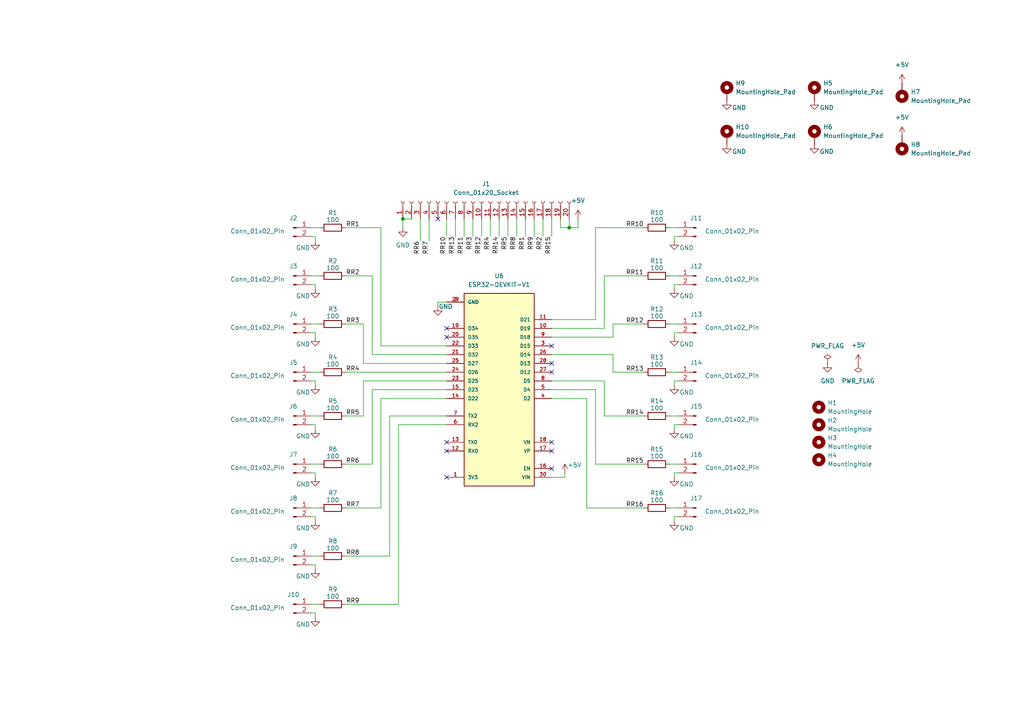
<source format=kicad_sch>
(kicad_sch (version 20231120) (generator "eeschema") (generator_version "8.0")
  (paper "A4")
  (title_block (title "Tool Manager PCB Schematic") (date "08/10/2024") (company "ETS - Robert Bosch Curitiba"))
  (lib_symbols
    (symbol "Connector:Conn_01x02_Pin" (pin_names (offset 1.016) hide)
      (property "Reference" "J" (at 0 2.54 0))
      (property "Value" "Conn_01x02_Pin" (at 0 -5.08 0))
      (symbol "Conn_01x02_Pin_1_1"
        (polyline (pts (xy 1.27 -2.54) (xy 0.8636 -2.54)) (stroke (width 0.1524)))
        (polyline (pts (xy 1.27 0) (xy 0.8636 0)) (stroke (width 0.1524)))
        (rectangle (start 0.8636 -2.413) (end 0 -2.667) (stroke (width 0.1524)) (fill (type outline)))
        (rectangle (start 0.8636 0.127) (end 0 -0.127) (stroke (width 0.1524)) (fill (type outline)))
        (pin passive line (at 5.08 0 180) (length 3.81) (name "Pin_1") (number "1"))
        (pin passive line (at 5.08 -2.54 180) (length 3.81) (name "Pin_2") (number "2"))
      )
    )
    (symbol "Connector:Conn_01x20_Socket" (pin_names (offset 1.016) hide)
      (property "Reference" "J" (at 0 25.4 0))
      (property "Value" "Conn_01x20_Socket" (at 0 -27.94 0))
      (symbol "Conn_01x20_Socket_1_1"
        (arc (start 0 -24.892) (mid -0.5058 -25.4) (end 0 -25.908) (stroke (width 0.1524)))
        (arc (start 0 -22.352) (mid -0.5058 -22.86) (end 0 -23.368) (stroke (width 0.1524)))
        (arc (start 0 -19.812) (mid -0.5058 -20.32) (end 0 -20.828) (stroke (width 0.1524)))
        (arc (start 0 -17.272) (mid -0.5058 -17.78) (end 0 -18.288) (stroke (width 0.1524)))
        (arc (start 0 -14.732) (mid -0.5058 -15.24) (end 0 -15.748) (stroke (width 0.1524)))
        (arc (start 0 -12.192) (mid -0.5058 -12.7) (end 0 -13.208) (stroke (width 0.1524)))
        (arc (start 0 -9.652) (mid -0.5058 -10.16) (end 0 -10.668) (stroke (width 0.1524)))
        (arc (start 0 -7.112) (mid -0.5058 -7.62) (end 0 -8.128) (stroke (width 0.1524)))
        (arc (start 0 -4.572) (mid -0.5058 -5.08) (end 0 -5.588) (stroke (width 0.1524)))
        (arc (start 0 -2.032) (mid -0.5058 -2.54) (end 0 -3.048) (stroke (width 0.1524)))
        (polyline (pts (xy -1.27 -25.4) (xy -0.508 -25.4)) (stroke (width 0.1524)))
        (polyline (pts (xy -1.27 -22.86) (xy -0.508 -22.86)) (stroke (width 0.1524)))
        (polyline (pts (xy -1.27 -20.32) (xy -0.508 -20.32)) (stroke (width 0.1524)))
        (polyline (pts (xy -1.27 -17.78) (xy -0.508 -17.78)) (stroke (width 0.1524)))
        (polyline (pts (xy -1.27 -15.24) (xy -0.508 -15.24)) (stroke (width 0.1524)))
        (polyline (pts (xy -1.27 -12.7) (xy -0.508 -12.7)) (stroke (width 0.1524)))
        (polyline (pts (xy -1.27 -10.16) (xy -0.508 -10.16)) (stroke (width 0.1524)))
        (polyline (pts (xy -1.27 -7.62) (xy -0.508 -7.62)) (stroke (width 0.1524)))
        (polyline (pts (xy -1.27 -5.08) (xy -0.508 -5.08)) (stroke (width 0.1524)))
        (polyline (pts (xy -1.27 -2.54) (xy -0.508 -2.54)) (stroke (width 0.1524)))
        (polyline (pts (xy -1.27 0) (xy -0.508 0)) (stroke (width 0.1524)))
        (polyline (pts (xy -1.27 2.54) (xy -0.508 2.54)) (stroke (width 0.1524)))
        (polyline (pts (xy -1.27 5.08) (xy -0.508 5.08)) (stroke (width 0.1524)))
        (polyline (pts (xy -1.27 7.62) (xy -0.508 7.62)) (stroke (width 0.1524)))
        (polyline (pts (xy -1.27 10.16) (xy -0.508 10.16)) (stroke (width 0.1524)))
        (polyline (pts (xy -1.27 12.7) (xy -0.508 12.7)) (stroke (width 0.1524)))
        (polyline (pts (xy -1.27 15.24) (xy -0.508 15.24)) (stroke (width 0.1524)))
        (polyline (pts (xy -1.27 17.78) (xy -0.508 17.78)) (stroke (width 0.1524)))
        (polyline (pts (xy -1.27 20.32) (xy -0.508 20.32)) (stroke (width 0.1524)))
        (polyline (pts (xy -1.27 22.86) (xy -0.508 22.86)) (stroke (width 0.1524)))
        (arc (start 0 0.508) (mid -0.5058 0) (end 0 -0.508) (stroke (width 0.1524)))
        (arc (start 0 3.048) (mid -0.5058 2.54) (end 0 2.032) (stroke (width 0.1524)))
        (arc (start 0 5.588) (mid -0.5058 5.08) (end 0 4.572) (stroke (width 0.1524)))
        (arc (start 0 8.128) (mid -0.5058 7.62) (end 0 7.112) (stroke (width 0.1524)))
        (arc (start 0 10.668) (mid -0.5058 10.16) (end 0 9.652) (stroke (width 0.1524)))
        (arc (start 0 13.208) (mid -0.5058 12.7) (end 0 12.192) (stroke (width 0.1524)))
        (arc (start 0 15.748) (mid -0.5058 15.24) (end 0 14.732) (stroke (width 0.1524)))
        (arc (start 0 18.288) (mid -0.5058 17.78) (end 0 17.272) (stroke (width 0.1524)))
        (arc (start 0 20.828) (mid -0.5058 20.32) (end 0 19.812) (stroke (width 0.1524)))
        (arc (start 0 23.368) (mid -0.5058 22.86) (end 0 22.352) (stroke (width 0.1524)))
        (pin passive line (at -5.08 22.86 0) (length 3.81) (name "Pin_1") (number "1"))
        (pin passive line (at -5.08 0 0) (length 3.81) (name "Pin_10") (number "10"))
        (pin passive line (at -5.08 -2.54 0) (length 3.81) (name "Pin_11") (number "11"))
        (pin passive line (at -5.08 -5.08 0) (length 3.81) (name "Pin_12") (number "12"))
        (pin passive line (at -5.08 -7.62 0) (length 3.81) (name "Pin_13") (number "13"))
        (pin passive line (at -5.08 -10.16 0) (length 3.81) (name "Pin_14") (number "14"))
        (pin passive line (at -5.08 -12.7 0) (length 3.81) (name "Pin_15") (number "15"))
        (pin passive line (at -5.08 -15.24 0) (length 3.81) (name "Pin_16") (number "16"))
        (pin passive line (at -5.08 -17.78 0) (length 3.81) (name "Pin_17") (number "17"))
        (pin passive line (at -5.08 -20.32 0) (length 3.81) (name "Pin_18") (number "18"))
        (pin passive line (at -5.08 -22.86 0) (length 3.81) (name "Pin_19") (number "19"))
        (pin passive line (at -5.08 20.32 0) (length 3.81) (name "Pin_2") (number "2"))
        (pin passive line (at -5.08 -25.4 0) (length 3.81) (name "Pin_20") (number "20"))
        (pin passive line (at -5.08 17.78 0) (length 3.81) (name "Pin_3") (number "3"))
        (pin passive line (at -5.08 15.24 0) (length 3.81) (name "Pin_4") (number "4"))
        (pin passive line (at -5.08 12.7 0) (length 3.81) (name "Pin_5") (number "5"))
        (pin passive line (at -5.08 10.16 0) (length 3.81) (name "Pin_6") (number "6"))
        (pin passive line (at -5.08 7.62 0) (length 3.81) (name "Pin_7") (number "7"))
        (pin passive line (at -5.08 5.08 0) (length 3.81) (name "Pin_8") (number "8"))
        (pin passive line (at -5.08 2.54 0) (length 3.81) (name "Pin_9") (number "9"))
      )
    )
    (symbol "Device:R" (pin_numbers hide) (pin_names (offset 0))
      (property "Reference" "R" (at 2.032 0 90))
      (property "Value" "R" (at 0 0 90))
      (symbol "R_0_1"
        (rectangle (start -1.016 -2.54) (end 1.016 2.54) (stroke (width 0.254)))
      )
      (symbol "R_1_1"
        (pin passive line (at 0 3.81 270) (length 1.27) (name "~") (number "1"))
        (pin passive line (at 0 -3.81 90) (length 1.27) (name "~") (number "2"))
      )
    )
    (symbol "ESP32-DEVKIT-V1:ESP32-DEVKIT-V1" (pin_names (offset 1.016))
      (property "Reference" "U" (at -10.16 30.48 0))
      (property "Value" "ESP32-DEVKIT-V1" (at -10.16 -30.48 0))
      (symbol "ESP32-DEVKIT-V1_0_0"
        (rectangle (start -10.16 -27.94) (end 10.16 27.94) (stroke (width 0.254)) (fill (type background)))
        (pin output line (at 15.24 25.4 180) (length 5.08) (name "3V3") (number "1"))
        (pin bidirectional line (at -15.24 -17.78 0) (length 5.08) (name "D19") (number "10"))
        (pin bidirectional line (at -15.24 -20.32 0) (length 5.08) (name "D21") (number "11"))
        (pin input line (at 15.24 17.78 180) (length 5.08) (name "RX0") (number "12"))
        (pin output line (at 15.24 15.24 180) (length 5.08) (name "TX0") (number "13"))
        (pin bidirectional line (at 15.24 2.54 180) (length 5.08) (name "D22") (number "14"))
        (pin bidirectional line (at 15.24 0 180) (length 5.08) (name "D23") (number "15"))
        (pin input line (at -15.24 22.86 0) (length 5.08) (name "EN") (number "16"))
        (pin bidirectional line (at -15.24 17.78 0) (length 5.08) (name "VP") (number "17"))
        (pin bidirectional line (at -15.24 15.24 0) (length 5.08) (name "VN") (number "18"))
        (pin bidirectional line (at 15.24 -17.78 180) (length 5.08) (name "D34") (number "19"))
        (pin power_in line (at 15.24 -25.4 180) (length 5.08) (name "GND") (number "2"))
        (pin bidirectional line (at 15.24 -15.24 180) (length 5.08) (name "D35") (number "20"))
        (pin bidirectional line (at 15.24 -10.16 180) (length 5.08) (name "D32") (number "21"))
        (pin bidirectional line (at 15.24 -12.7 180) (length 5.08) (name "D33") (number "22"))
        (pin bidirectional line (at 15.24 -2.54 180) (length 5.08) (name "D25") (number "23"))
        (pin bidirectional line (at 15.24 -5.08 180) (length 5.08) (name "D26") (number "24"))
        (pin bidirectional line (at 15.24 -7.62 180) (length 5.08) (name "D27") (number "25"))
        (pin bidirectional line (at -15.24 -10.16 0) (length 5.08) (name "D14") (number "26"))
        (pin bidirectional line (at -15.24 -5.08 0) (length 5.08) (name "D12") (number "27"))
        (pin bidirectional line (at -15.24 -7.62 0) (length 5.08) (name "D13") (number "28"))
        (pin power_in line (at 15.24 -25.4 180) (length 5.08) (name "GND") (number "29"))
        (pin bidirectional line (at -15.24 -12.7 0) (length 5.08) (name "D15") (number "3"))
        (pin input line (at -15.24 25.4 0) (length 5.08) (name "VIN") (number "30"))
        (pin bidirectional line (at -15.24 2.54 0) (length 5.08) (name "D2") (number "4"))
        (pin bidirectional line (at -15.24 0 0) (length 5.08) (name "D4") (number "5"))
        (pin input line (at 15.24 10.16 180) (length 5.08) (name "RX2") (number "6"))
        (pin output line (at 15.24 7.62 180) (length 5.08) (name "TX2") (number "7"))
        (pin bidirectional line (at -15.24 -2.54 0) (length 5.08) (name "D5") (number "8"))
        (pin bidirectional line (at -15.24 -15.24 0) (length 5.08) (name "D18") (number "9"))
      )
    )
    (symbol "Mechanical:MountingHole" (pin_names (offset 1.016)) (exclude_from_sim yes) (in_bom no)
      (property "Reference" "H" (at 0 5.08 0))
      (property "Value" "MountingHole" (at 0 3.175 0))
      (symbol "MountingHole_0_1"
        (circle (center 0 0) (radius 1.27) (stroke (width 1.27)))
      )
    )
    (symbol "Mechanical:MountingHole_Pad" (pin_numbers hide) (pin_names (offset 1.016) hide) (exclude_from_sim yes) (in_bom no)
      (property "Reference" "H" (at 0 6.35 0))
      (property "Value" "MountingHole_Pad" (at 0 4.445 0))
      (symbol "MountingHole_Pad_0_1"
        (circle (center 0 1.27) (radius 1.27) (stroke (width 1.27)))
      )
      (symbol "MountingHole_Pad_1_1"
        (pin input line (at 0 -2.54 90) (length 2.54) (name "1") (number "1"))
      )
    )
    (symbol "power:+5V" (power) (pin_numbers hide) (pin_names (offset 0) hide)
      (property "Value" "+5V" (at 0 3.556 0))
      (symbol "+5V_0_1"
        (polyline (pts (xy -0.762 1.27) (xy 0 2.54)))
        (polyline (pts (xy 0 0) (xy 0 2.54)))
        (polyline (pts (xy 0 2.54) (xy 0.762 1.27)))
      )
      (symbol "+5V_1_1"
        (pin power_in line (at 0 0 90) (length 0) (name "~") (number "1"))
      )
    )
    (symbol "power:GND" (power) (pin_numbers hide) (pin_names (offset 0) hide)
      (property "Value" "GND" (at 0 -3.81 0))
      (symbol "GND_0_1"
        (polyline (pts (xy 0 0) (xy 0 -1.27) (xy 1.27 -1.27) (xy 0 -2.54) (xy -1.27 -1.27) (xy 0 -1.27)))
      )
      (symbol "GND_1_1"
        (pin power_in line (at 0 0 270) (length 0) (name "~") (number "1"))
      )
    )
    (symbol "power:PWR_FLAG" (power) (pin_numbers hide) (pin_names (offset 0) hide)
      (property "Value" "PWR_FLAG" (at 0 3.81 0))
      (symbol "PWR_FLAG_0_0"
        (pin power_out line (at 0 0 90) (length 0) (name "~") (number "1"))
      )
      (symbol "PWR_FLAG_0_1"
        (polyline (pts (xy 0 0) (xy 0 1.27) (xy -1.016 1.905) (xy 0 2.54) (xy 1.016 1.905) (xy 0 1.27)))
      )
    )
  )
  (junction (at 165.1 66.04))
  (junction (at 116.84 63.5))
  (no_connect (at 160.02 135.89))
  (no_connect (at 129.54 138.43))
  (no_connect (at 129.54 130.81))
  (no_connect (at 160.02 105.41))
  (no_connect (at 129.54 128.27))
  (no_connect (at 129.54 95.25))
  (no_connect (at 127 63.5))
  (no_connect (at 160.02 130.81))
  (no_connect (at 160.02 100.33))
  (no_connect (at 129.54 97.79))
  (no_connect (at 160.02 128.27))
  (no_connect (at 160.02 107.95))
  (wire (pts (xy 129.54 113.03) (xy 107.95 113.03)))
  (wire (pts (xy 186.69 66.04) (xy 172.72 66.04)))
  (wire (pts (xy 177.8 93.98) (xy 177.8 97.79)))
  (wire (pts (xy 90.17 96.52) (xy 91.44 96.52)))
  (wire (pts (xy 100.33 93.98) (xy 105.41 93.98)))
  (wire (pts (xy 107.95 102.87) (xy 129.54 102.87)))
  (wire (pts (xy 186.69 80.01) (xy 175.26 80.01)))
  (wire (pts (xy 195.58 96.52) (xy 195.58 97.79)))
  (wire (pts (xy 91.44 110.49) (xy 91.44 111.76)))
  (wire (pts (xy 91.44 96.52) (xy 91.44 97.79)))
  (wire (pts (xy 186.69 134.62) (xy 172.72 134.62)))
  (wire (pts (xy 100.33 147.32) (xy 110.49 147.32)))
  (wire (pts (xy 142.24 63.5) (xy 142.24 68.58)))
  (wire (pts (xy 137.16 63.5) (xy 137.16 68.58)))
  (wire (pts (xy 100.33 175.26) (xy 115.57 175.26)))
  (wire (pts (xy 105.41 105.41) (xy 129.54 105.41)))
  (wire (pts (xy 186.69 147.32) (xy 170.18 147.32)))
  (wire (pts (xy 196.85 93.98) (xy 194.31 93.98)))
  (wire (pts (xy 90.17 123.19) (xy 91.44 123.19)))
  (wire (pts (xy 196.85 120.65) (xy 194.31 120.65)))
  (wire (pts (xy 100.33 120.65) (xy 105.41 120.65)))
  (wire (pts (xy 91.44 149.86) (xy 91.44 151.13)))
  (wire (pts (xy 195.58 149.86) (xy 195.58 151.13)))
  (wire (pts (xy 107.95 80.01) (xy 107.95 102.87)))
  (wire (pts (xy 147.32 68.58) (xy 147.32 63.5)))
  (wire (pts (xy 129.54 110.49) (xy 105.41 110.49)))
  (wire (pts (xy 160.02 97.79) (xy 177.8 97.79)))
  (wire (pts (xy 196.85 68.58) (xy 195.58 68.58)))
  (wire (pts (xy 90.17 93.98) (xy 92.71 93.98)))
  (wire (pts (xy 110.49 115.57) (xy 129.54 115.57)))
  (wire (pts (xy 100.33 66.04) (xy 110.49 66.04)))
  (wire (pts (xy 163.83 138.43) (xy 160.02 138.43)))
  (wire (pts (xy 149.86 68.58) (xy 149.86 63.5)))
  (wire (pts (xy 196.85 96.52) (xy 195.58 96.52)))
  (wire (pts (xy 160.02 68.58) (xy 160.02 63.5)))
  (wire (pts (xy 90.17 137.16) (xy 91.44 137.16)))
  (wire (pts (xy 107.95 113.03) (xy 107.95 134.62)))
  (wire (pts (xy 160.02 102.87) (xy 177.8 102.87)))
  (wire (pts (xy 196.85 82.55) (xy 195.58 82.55)))
  (wire (pts (xy 196.85 149.86) (xy 195.58 149.86)))
  (wire (pts (xy 172.72 134.62) (xy 172.72 113.03)))
  (wire (pts (xy 196.85 123.19) (xy 195.58 123.19)))
  (wire (pts (xy 129.54 63.5) (xy 129.54 68.58)))
  (wire (pts (xy 196.85 66.04) (xy 194.31 66.04)))
  (wire (pts (xy 90.17 163.83) (xy 91.44 163.83)))
  (wire (pts (xy 90.17 120.65) (xy 92.71 120.65)))
  (wire (pts (xy 100.33 107.95) (xy 129.54 107.95)))
  (wire (pts (xy 195.58 137.16) (xy 195.58 138.43)))
  (wire (pts (xy 160.02 115.57) (xy 170.18 115.57)))
  (wire (pts (xy 90.17 161.29) (xy 92.71 161.29)))
  (wire (pts (xy 90.17 149.86) (xy 91.44 149.86)))
  (wire (pts (xy 177.8 107.95) (xy 186.69 107.95)))
  (wire (pts (xy 115.57 175.26) (xy 115.57 123.19)))
  (wire (pts (xy 115.57 123.19) (xy 129.54 123.19)))
  (wire (pts (xy 90.17 177.8) (xy 91.44 177.8)))
  (wire (pts (xy 196.85 137.16) (xy 195.58 137.16)))
  (wire (pts (xy 196.85 110.49) (xy 195.58 110.49)))
  (wire (pts (xy 91.44 68.58) (xy 91.44 69.85)))
  (wire (pts (xy 165.1 63.5) (xy 165.1 66.04)))
  (wire (pts (xy 162.56 66.04) (xy 165.1 66.04)))
  (wire (pts (xy 160.02 95.25) (xy 175.26 95.25)))
  (wire (pts (xy 90.17 175.26) (xy 92.71 175.26)))
  (wire (pts (xy 195.58 82.55) (xy 195.58 83.82)))
  (wire (pts (xy 110.49 147.32) (xy 110.49 115.57)))
  (wire (pts (xy 100.33 161.29) (xy 113.03 161.29)))
  (wire (pts (xy 116.84 63.5) (xy 116.84 66.04)))
  (wire (pts (xy 90.17 82.55) (xy 91.44 82.55)))
  (wire (pts (xy 100.33 80.01) (xy 107.95 80.01)))
  (wire (pts (xy 152.4 68.58) (xy 152.4 63.5)))
  (wire (pts (xy 91.44 177.8) (xy 91.44 179.07)))
  (wire (pts (xy 116.84 63.5) (xy 119.38 63.5)))
  (wire (pts (xy 163.83 137.16) (xy 163.83 138.43)))
  (wire (pts (xy 90.17 134.62) (xy 92.71 134.62)))
  (wire (pts (xy 154.94 68.58) (xy 154.94 63.5)))
  (wire (pts (xy 139.7 63.5) (xy 139.7 68.58)))
  (wire (pts (xy 105.41 110.49) (xy 105.41 120.65)))
  (wire (pts (xy 90.17 110.49) (xy 91.44 110.49)))
  (wire (pts (xy 160.02 92.71) (xy 172.72 92.71)))
  (wire (pts (xy 175.26 80.01) (xy 175.26 95.25)))
  (wire (pts (xy 172.72 66.04) (xy 172.72 92.71)))
  (wire (pts (xy 110.49 66.04) (xy 110.49 100.33)))
  (wire (pts (xy 91.44 123.19) (xy 91.44 124.46)))
  (wire (pts (xy 157.48 68.58) (xy 157.48 63.5)))
  (wire (pts (xy 175.26 120.65) (xy 175.26 110.49)))
  (wire (pts (xy 90.17 80.01) (xy 92.71 80.01)))
  (wire (pts (xy 121.92 63.5) (xy 121.92 69.85)))
  (wire (pts (xy 113.03 161.29) (xy 113.03 120.65)))
  (wire (pts (xy 113.03 120.65) (xy 129.54 120.65)))
  (wire (pts (xy 90.17 147.32) (xy 92.71 147.32)))
  (wire (pts (xy 132.08 63.5) (xy 132.08 68.58)))
  (wire (pts (xy 162.56 63.5) (xy 162.56 66.04)))
  (wire (pts (xy 196.85 107.95) (xy 194.31 107.95)))
  (wire (pts (xy 172.72 113.03) (xy 160.02 113.03)))
  (wire (pts (xy 90.17 68.58) (xy 91.44 68.58)))
  (wire (pts (xy 165.1 66.04) (xy 167.64 66.04)))
  (wire (pts (xy 100.33 134.62) (xy 107.95 134.62)))
  (wire (pts (xy 91.44 163.83) (xy 91.44 165.1)))
  (wire (pts (xy 195.58 68.58) (xy 195.58 69.85)))
  (wire (pts (xy 196.85 147.32) (xy 194.31 147.32)))
  (wire (pts (xy 90.17 107.95) (xy 92.71 107.95)))
  (wire (pts (xy 186.69 120.65) (xy 175.26 120.65)))
  (wire (pts (xy 170.18 147.32) (xy 170.18 115.57)))
  (wire (pts (xy 186.69 93.98) (xy 177.8 93.98)))
  (wire (pts (xy 105.41 93.98) (xy 105.41 105.41)))
  (wire (pts (xy 134.62 63.5) (xy 134.62 68.58)))
  (wire (pts (xy 91.44 82.55) (xy 91.44 83.82)))
  (wire (pts (xy 195.58 110.49) (xy 195.58 111.76)))
  (wire (pts (xy 177.8 102.87) (xy 177.8 107.95)))
  (wire (pts (xy 196.85 134.62) (xy 194.31 134.62)))
  (wire (pts (xy 196.85 80.01) (xy 194.31 80.01)))
  (wire (pts (xy 160.02 110.49) (xy 175.26 110.49)))
  (wire (pts (xy 110.49 100.33) (xy 129.54 100.33)))
  (wire (pts (xy 90.17 66.04) (xy 92.71 66.04)))
  (wire (pts (xy 91.44 137.16) (xy 91.44 138.43)))
  (wire (pts (xy 127 88.9) (xy 127 87.63)))
  (wire (pts (xy 167.64 63.5) (xy 167.64 66.04)))
  (wire (pts (xy 127 87.63) (xy 129.54 87.63)))
  (wire (pts (xy 144.78 68.58) (xy 144.78 63.5)))
  (wire (pts (xy 195.58 123.19) (xy 195.58 124.46)))
  (wire (pts (xy 124.46 63.5) (xy 124.46 69.85)))
  (label "RR11" (at 134.62 68.58 270))
  (label "RR5" (at 100.33 120.65 0))
  (label "RR5" (at 147.32 68.58 270))
  (label "RR3" (at 100.33 93.98 0))
  (label "RR6" (at 121.92 69.85 270))
  (label "RR9" (at 100.33 175.26 0))
  (label "RR2" (at 100.33 80.01 0))
  (label "RR4" (at 142.24 68.58 270))
  (label "RR14" (at 186.69 120.65 180))
  (label "RR3" (at 137.16 68.58 270))
  (label "RR13" (at 186.69 107.95 180))
  (label "RR11" (at 186.69 80.01 180))
  (label "RR15" (at 186.69 134.62 180))
  (label "RR8" (at 100.33 161.29 0))
  (label "RR12" (at 186.69 93.98 180))
  (label "RR12" (at 139.7 68.58 270))
  (label "RR1" (at 100.33 66.04 0))
  (label "RR4" (at 100.33 107.95 0))
  (label "RR7" (at 100.33 147.32 0))
  (label "RR6" (at 100.33 134.62 0))
  (label "RR1" (at 152.4 68.58 270))
  (label "RR16" (at 186.69 147.32 180))
  (label "RR10" (at 186.69 66.04 180))
  (label "RR8" (at 149.86 68.58 270))
  (label "RR14" (at 144.78 68.58 270))
  (label "RR7" (at 124.46 69.85 270))
  (label "RR9" (at 154.94 68.58 270))
  (label "RR10" (at 129.54 68.58 270))
  (label "RR15" (at 160.02 68.58 270))
  (label "RR13" (at 132.08 68.58 270))
  (label "RR2" (at 157.48 68.58 270))
  (symbol (lib_id "Connector:Conn_01x02_Pin") (at 85.09 93.98 0) (unit 1)
    (property "Reference" "J4" (at 85.09 91.186 0))
    (property "Value" "Conn_01x02_Pin" (at 74.676 94.996 0))
    (property "Footprint" "Addlibrary:PinHeader_1x02_P2.54mm_VerticalLongPads" (effects (hide yes)))
    (property "Description" "Generic connector, single row, 01x02, script generated" (effects (hide yes)))
  )
  (symbol (lib_id "Connector:Conn_01x02_Pin") (at 85.09 66.04 0) (unit 1)
    (property "Reference" "J2" (at 85.09 63.246 0))
    (property "Value" "Conn_01x02_Pin" (at 74.676 67.056 0))
    (property "Footprint" "Addlibrary:PinHeader_1x02_P2.54mm_VerticalLongPads" (effects (hide yes)))
    (property "Description" "Generic connector, single row, 01x02, script generated" (effects (hide yes)))
  )
  (symbol (lib_id "power:+5V") (at 261.62 39.37 0) (unit 1)
    (property "Reference" "#PWR028" (effects (hide yes)))
    (property "Value" "+5V" (at 263.652 34.036 0) (effects (justify right)))
    (property "Description" "Power symbol creates a global label with name \"+5V\"" (effects (hide yes)))
  )
  (symbol (lib_id "Connector:Conn_01x02_Pin") (at 85.09 161.29 0) (unit 1)
    (property "Reference" "J9" (at 85.09 158.496 0))
    (property "Value" "Conn_01x02_Pin" (at 74.676 162.306 0))
    (property "Footprint" "Addlibrary:PinHeader_1x02_P2.54mm_VerticalLongPads" (effects (hide yes)))
    (property "Description" "Generic connector, single row, 01x02, script generated" (effects (hide yes)))
  )
  (symbol (lib_id "power:+5V") (at 261.62 24.13 0) (unit 1)
    (property "Reference" "#PWR027" (effects (hide yes)))
    (property "Value" "+5V" (at 263.652 18.796 0) (effects (justify right)))
    (property "Description" "Power symbol creates a global label with name \"+5V\"" (effects (hide yes)))
  )
  (symbol (lib_id "power:GND") (at 195.58 69.85 0) (mirror y) (unit 1)
    (property "Reference" "#PWR016" (effects (hide yes)))
    (property "Value" "GND" (at 199.136 71.882 0))
    (property "Description" "Power symbol creates a global label with name \"GND\" , ground" (effects (hide yes)))
  )
  (symbol (lib_id "power:GND") (at 195.58 124.46 0) (mirror y) (unit 1)
    (property "Reference" "#PWR020" (effects (hide yes)))
    (property "Value" "GND" (at 199.136 126.492 0))
    (property "Description" "Power symbol creates a global label with name \"GND\" , ground" (effects (hide yes)))
  )
  (symbol (lib_id "power:GND") (at 195.58 138.43 0) (mirror y) (unit 1)
    (property "Reference" "#PWR021" (effects (hide yes)))
    (property "Value" "GND" (at 199.136 140.462 0))
    (property "Description" "Power symbol creates a global label with name \"GND\" , ground" (effects (hide yes)))
  )
  (symbol (lib_id "Connector:Conn_01x20_Socket") (at 139.7 58.42 90) (unit 1)
    (property "Reference" "J1" (at 140.97 53.34 90))
    (property "Value" "Conn_01x20_Socket" (at 140.97 55.88 90))
    (property "Footprint" "Addlibrary:PinSocket_2x10_P2.54mm_VerticalLongPads" (effects (hide yes)))
    (property "Description" "Generic connector, single row, 01x20, script generated" (effects (hide yes)))
  )
  (symbol (lib_id "Connector:Conn_01x02_Pin") (at 85.09 80.01 0) (unit 1)
    (property "Reference" "J3" (at 85.09 77.216 0))
    (property "Value" "Conn_01x02_Pin" (at 74.676 81.026 0))
    (property "Footprint" "Addlibrary:PinHeader_1x02_P2.54mm_VerticalLongPads" (effects (hide yes)))
    (property "Description" "Generic connector, single row, 01x02, script generated" (effects (hide yes)))
  )
  (symbol (lib_id "power:GND") (at 236.22 41.91 0) (mirror y) (unit 1)
    (property "Reference" "#PWR025" (effects (hide yes)))
    (property "Value" "GND" (at 239.776 43.942 0))
    (property "Description" "Power symbol creates a global label with name \"GND\" , ground" (effects (hide yes)))
  )
  (symbol (lib_id "Mechanical:MountingHole") (at 237.49 133.35 0) (unit 1) (exclude_from_sim yes) (in_bom no)
    (property "Reference" "H4" (at 240.03 132.0799 0) (effects (justify left)))
    (property "Value" "MountingHole" (at 240.03 134.6199 0) (effects (justify left)))
    (property "Footprint" "MountingHole:MountingHole_3.2mm_M3" (effects (hide yes)))
    (property "Description" "Mounting Hole without connection" (effects (hide yes)))
  )
  (symbol (lib_id "power:GND") (at 240.03 105.41 0) (unit 1)
    (property "Reference" "#PWR014" (effects (hide yes)))
    (property "Value" "GND" (at 240.03 110.49 0))
    (property "Description" "Power symbol creates a global label with name \"GND\" , ground" (effects (hide yes)))
  )
  (symbol (lib_id "Device:R") (at 96.52 175.26 90) (unit 1)
    (property "Reference" "R9" (at 96.52 170.942 90))
    (property "Value" "100" (at 96.52 172.974 90))
    (property "Footprint" "Addlibrary:R_Axial_DIN0411_L9.9mm_D3.6mm_P12.70mm_HorizontalLONGPADS" (effects (hide yes)))
    (property "Description" "Resistor" (effects (hide yes)))
  )
  (symbol (lib_id "power:GND") (at 195.58 111.76 0) (mirror y) (unit 1)
    (property "Reference" "#PWR019" (effects (hide yes)))
    (property "Value" "GND" (at 199.136 113.792 0))
    (property "Description" "Power symbol creates a global label with name \"GND\" , ground" (effects (hide yes)))
  )
  (symbol (lib_id "power:+5V") (at 248.92 105.41 0) (unit 1)
    (property "Reference" "#PWR015" (effects (hide yes)))
    (property "Value" "+5V" (at 250.952 100.076 0) (effects (justify right)))
    (property "Description" "Power symbol creates a global label with name \"+5V\"" (effects (hide yes)))
  )
  (symbol (lib_id "Connector:Conn_01x02_Pin") (at 201.93 147.32 0) (mirror y) (unit 1)
    (property "Reference" "J17" (at 201.93 144.526 0))
    (property "Value" "Conn_01x02_Pin" (at 212.344 148.336 0))
    (property "Footprint" "Addlibrary:PinHeader_1x02_P2.54mm_VerticalLongPads" (effects (hide yes)))
    (property "Description" "Generic connector, single row, 01x02, script generated" (effects (hide yes)))
  )
  (symbol (lib_id "Connector:Conn_01x02_Pin") (at 201.93 93.98 0) (mirror y) (unit 1)
    (property "Reference" "J13" (at 201.93 91.186 0))
    (property "Value" "Conn_01x02_Pin" (at 212.344 94.996 0))
    (property "Footprint" "Addlibrary:PinHeader_1x02_P2.54mm_VerticalLongPads" (effects (hide yes)))
    (property "Description" "Generic connector, single row, 01x02, script generated" (effects (hide yes)))
  )
  (symbol (lib_id "Device:R") (at 190.5 120.65 270) (mirror x) (unit 1)
    (property "Reference" "R14" (at 190.5 116.332 90))
    (property "Value" "100" (at 190.5 118.364 90))
    (property "Footprint" "Addlibrary:R_Axial_DIN0411_L9.9mm_D3.6mm_P12.70mm_HorizontalLONGPADS" (effects (hide yes)))
    (property "Description" "Resistor" (effects (hide yes)))
  )
  (symbol (lib_id "power:GND") (at 91.44 124.46 0) (unit 1)
    (property "Reference" "#PWR09" (effects (hide yes)))
    (property "Value" "GND" (at 87.884 126.492 0))
    (property "Description" "Power symbol creates a global label with name \"GND\" , ground" (effects (hide yes)))
  )
  (symbol (lib_id "power:GND") (at 195.58 97.79 0) (mirror y) (unit 1)
    (property "Reference" "#PWR018" (effects (hide yes)))
    (property "Value" "GND" (at 199.136 99.822 0))
    (property "Description" "Power symbol creates a global label with name \"GND\" , ground" (effects (hide yes)))
  )
  (symbol (lib_id "Mechanical:MountingHole_Pad") (at 236.22 39.37 0) (unit 1) (exclude_from_sim yes) (in_bom no)
    (property "Reference" "H6" (at 238.76 36.8299 0) (effects (justify left)))
    (property "Value" "MountingHole_Pad" (at 238.76 39.3699 0) (effects (justify left)))
    (property "Footprint" "Addlibrary:DefaultVia" (effects (hide yes)))
    (property "Description" "Mounting Hole with connection" (effects (hide yes)))
  )
  (symbol (lib_id "Device:R") (at 190.5 93.98 270) (mirror x) (unit 1)
    (property "Reference" "R12" (at 190.5 89.662 90))
    (property "Value" "100" (at 190.5 91.694 90))
    (property "Footprint" "Addlibrary:R_Axial_DIN0411_L9.9mm_D3.6mm_P12.70mm_HorizontalLONGPADS" (effects (hide yes)))
    (property "Description" "Resistor" (effects (hide yes)))
  )
  (symbol (lib_id "power:PWR_FLAG") (at 248.92 105.41 180) (unit 1)
    (property "Reference" "#FLG03" (effects (hide yes)))
    (property "Value" "PWR_FLAG" (at 248.92 110.49 0))
    (property "Description" "Special symbol for telling ERC where power comes from" (effects (hide yes)))
  )
  (symbol (lib_id "Connector:Conn_01x02_Pin") (at 201.93 107.95 0) (mirror y) (unit 1)
    (property "Reference" "J14" (at 201.93 105.156 0))
    (property "Value" "Conn_01x02_Pin" (at 212.344 108.966 0))
    (property "Footprint" "Addlibrary:PinHeader_1x02_P2.54mm_VerticalLongPads" (effects (hide yes)))
    (property "Description" "Generic connector, single row, 01x02, script generated" (effects (hide yes)))
  )
  (symbol (lib_id "power:GND") (at 91.44 165.1 0) (unit 1)
    (property "Reference" "#PWR012" (effects (hide yes)))
    (property "Value" "GND" (at 87.884 167.132 0))
    (property "Description" "Power symbol creates a global label with name \"GND\" , ground" (effects (hide yes)))
  )
  (symbol (lib_id "Device:R") (at 96.52 66.04 90) (unit 1)
    (property "Reference" "R1" (at 96.52 61.722 90))
    (property "Value" "100" (at 96.52 63.754 90))
    (property "Footprint" "Addlibrary:R_Axial_DIN0411_L9.9mm_D3.6mm_P12.70mm_HorizontalLONGPADS" (effects (hide yes)))
    (property "Description" "Resistor" (effects (hide yes)))
  )
  (symbol (lib_id "Mechanical:MountingHole_Pad") (at 261.62 41.91 180) (unit 1) (exclude_from_sim yes) (in_bom no)
    (property "Reference" "H8" (at 264.16 41.9099 0) (effects (justify right)))
    (property "Value" "MountingHole_Pad" (at 264.16 44.4499 0) (effects (justify right)))
    (property "Footprint" "Addlibrary:DefaultVia" (effects (hide yes)))
    (property "Description" "Mounting Hole with connection" (effects (hide yes)))
  )
  (symbol (lib_id "Device:R") (at 190.5 107.95 270) (mirror x) (unit 1)
    (property "Reference" "R13" (at 190.5 103.632 90))
    (property "Value" "100" (at 190.5 105.664 90))
    (property "Footprint" "Addlibrary:R_Axial_DIN0411_L9.9mm_D3.6mm_P12.70mm_HorizontalLONGPADS" (effects (hide yes)))
    (property "Description" "Resistor" (effects (hide yes)))
  )
  (symbol (lib_id "power:GND") (at 91.44 69.85 0) (unit 1)
    (property "Reference" "#PWR03" (effects (hide yes)))
    (property "Value" "GND" (at 87.884 71.882 0))
    (property "Description" "Power symbol creates a global label with name \"GND\" , ground" (effects (hide yes)))
  )
  (symbol (lib_id "Mechanical:MountingHole_Pad") (at 210.82 26.67 0) (unit 1) (exclude_from_sim yes) (in_bom no)
    (property "Reference" "H9" (at 213.36 24.1299 0) (effects (justify left)))
    (property "Value" "MountingHole_Pad" (at 213.36 26.6699 0) (effects (justify left)))
    (property "Footprint" "Addlibrary:DefaultVia" (effects (hide yes)))
    (property "Description" "Mounting Hole with connection" (effects (hide yes)))
  )
  (symbol (lib_id "Connector:Conn_01x02_Pin") (at 201.93 66.04 0) (mirror y) (unit 1)
    (property "Reference" "J11" (at 201.93 63.246 0))
    (property "Value" "Conn_01x02_Pin" (at 212.344 67.056 0))
    (property "Footprint" "Addlibrary:PinHeader_1x02_P2.54mm_VerticalLongPads" (effects (hide yes)))
    (property "Description" "Generic connector, single row, 01x02, script generated" (effects (hide yes)))
  )
  (symbol (lib_id "Device:R") (at 190.5 134.62 270) (mirror x) (unit 1)
    (property "Reference" "R15" (at 190.5 130.302 90))
    (property "Value" "100" (at 190.5 132.334 90))
    (property "Footprint" "Addlibrary:R_Axial_DIN0411_L9.9mm_D3.6mm_P12.70mm_HorizontalLONGPADS" (effects (hide yes)))
    (property "Description" "Resistor" (effects (hide yes)))
  )
  (symbol (lib_id "Mechanical:MountingHole") (at 237.49 128.27 0) (unit 1) (exclude_from_sim yes) (in_bom no)
    (property "Reference" "H3" (at 240.03 126.9999 0) (effects (justify left)))
    (property "Value" "MountingHole" (at 240.03 129.5399 0) (effects (justify left)))
    (property "Footprint" "MountingHole:MountingHole_3.2mm_M3" (effects (hide yes)))
    (property "Description" "Mounting Hole without connection" (effects (hide yes)))
  )
  (symbol (lib_id "power:GND") (at 91.44 151.13 0) (unit 1)
    (property "Reference" "#PWR011" (effects (hide yes)))
    (property "Value" "GND" (at 87.884 153.162 0))
    (property "Description" "Power symbol creates a global label with name \"GND\" , ground" (effects (hide yes)))
  )
  (symbol (lib_id "power:GND") (at 91.44 83.82 0) (unit 1)
    (property "Reference" "#PWR04" (effects (hide yes)))
    (property "Value" "GND" (at 87.884 85.852 0))
    (property "Description" "Power symbol creates a global label with name \"GND\" , ground" (effects (hide yes)))
  )
  (symbol (lib_id "Mechanical:MountingHole_Pad") (at 210.82 39.37 0) (unit 1) (exclude_from_sim yes) (in_bom no)
    (property "Reference" "H10" (at 213.36 36.8299 0) (effects (justify left)))
    (property "Value" "MountingHole_Pad" (at 213.36 39.3699 0) (effects (justify left)))
    (property "Footprint" "Addlibrary:DefaultVia" (effects (hide yes)))
    (property "Description" "Mounting Hole with connection" (effects (hide yes)))
  )
  (symbol (lib_id "power:GND") (at 91.44 138.43 0) (unit 1)
    (property "Reference" "#PWR010" (effects (hide yes)))
    (property "Value" "GND" (at 87.884 140.462 0))
    (property "Description" "Power symbol creates a global label with name \"GND\" , ground" (effects (hide yes)))
  )
  (symbol (lib_id "power:GND") (at 91.44 179.07 0) (unit 1)
    (property "Reference" "#PWR013" (effects (hide yes)))
    (property "Value" "GND" (at 87.884 181.102 0))
    (property "Description" "Power symbol creates a global label with name \"GND\" , ground" (effects (hide yes)))
  )
  (symbol (lib_id "Device:R") (at 190.5 80.01 270) (mirror x) (unit 1)
    (property "Reference" "R11" (at 190.5 75.692 90))
    (property "Value" "100" (at 190.5 77.724 90))
    (property "Footprint" "Addlibrary:R_Axial_DIN0411_L9.9mm_D3.6mm_P12.70mm_HorizontalLONGPADS" (effects (hide yes)))
    (property "Description" "Resistor" (effects (hide yes)))
  )
  (symbol (lib_id "power:GND") (at 116.84 66.04 0) (unit 1)
    (property "Reference" "#PWR06" (effects (hide yes)))
    (property "Value" "GND" (at 116.84 71.12 0))
    (property "Description" "Power symbol creates a global label with name \"GND\" , ground" (effects (hide yes)))
  )
  (symbol (lib_id "Connector:Conn_01x02_Pin") (at 85.09 147.32 0) (unit 1)
    (property "Reference" "J8" (at 85.09 144.526 0))
    (property "Value" "Conn_01x02_Pin" (at 74.676 148.336 0))
    (property "Footprint" "Addlibrary:PinHeader_1x02_P2.54mm_VerticalLongPads" (effects (hide yes)))
    (property "Description" "Generic connector, single row, 01x02, script generated" (effects (hide yes)))
  )
  (symbol (lib_id "Device:R") (at 96.52 134.62 90) (unit 1)
    (property "Reference" "R6" (at 96.52 130.302 90))
    (property "Value" "100" (at 96.52 132.334 90))
    (property "Footprint" "Addlibrary:R_Axial_DIN0411_L9.9mm_D3.6mm_P12.70mm_HorizontalLONGPADS" (effects (hide yes)))
    (property "Description" "Resistor" (effects (hide yes)))
  )
  (symbol (lib_id "Connector:Conn_01x02_Pin") (at 85.09 107.95 0) (unit 1)
    (property "Reference" "J5" (at 85.09 105.156 0))
    (property "Value" "Conn_01x02_Pin" (at 74.676 108.966 0))
    (property "Footprint" "Addlibrary:PinHeader_1x02_P2.54mm_VerticalLongPads" (effects (hide yes)))
    (property "Description" "Generic connector, single row, 01x02, script generated" (effects (hide yes)))
  )
  (symbol (lib_id "Connector:Conn_01x02_Pin") (at 85.09 120.65 0) (unit 1)
    (property "Reference" "J6" (at 85.09 117.856 0))
    (property "Value" "Conn_01x02_Pin" (at 74.676 121.666 0))
    (property "Footprint" "Addlibrary:PinHeader_1x02_P2.54mm_VerticalLongPads" (effects (hide yes)))
    (property "Description" "Generic connector, single row, 01x02, script generated" (effects (hide yes)))
  )
  (symbol (lib_id "Connector:Conn_01x02_Pin") (at 201.93 80.01 0) (mirror y) (unit 1)
    (property "Reference" "J12" (at 201.93 77.216 0))
    (property "Value" "Conn_01x02_Pin" (at 212.344 81.026 0))
    (property "Footprint" "Addlibrary:PinHeader_1x02_P2.54mm_VerticalLongPads" (effects (hide yes)))
    (property "Description" "Generic connector, single row, 01x02, script generated" (effects (hide yes)))
  )
  (symbol (lib_id "Device:R") (at 96.52 161.29 90) (unit 1)
    (property "Reference" "R8" (at 96.52 156.972 90))
    (property "Value" "100" (at 96.52 159.004 90))
    (property "Footprint" "Addlibrary:R_Axial_DIN0411_L9.9mm_D3.6mm_P12.70mm_HorizontalLONGPADS" (effects (hide yes)))
    (property "Description" "Resistor" (effects (hide yes)))
  )
  (symbol (lib_id "Connector:Conn_01x02_Pin") (at 201.93 120.65 0) (mirror y) (unit 1)
    (property "Reference" "J15" (at 201.93 117.856 0))
    (property "Value" "Conn_01x02_Pin" (at 212.344 121.666 0))
    (property "Footprint" "Addlibrary:PinHeader_1x02_P2.54mm_VerticalLongPads" (effects (hide yes)))
    (property "Description" "Generic connector, single row, 01x02, script generated" (effects (hide yes)))
  )
  (symbol (lib_id "Mechanical:MountingHole") (at 237.49 123.19 0) (unit 1) (exclude_from_sim yes) (in_bom no)
    (property "Reference" "H2" (at 240.03 121.9199 0) (effects (justify left)))
    (property "Value" "MountingHole" (at 240.03 124.4599 0) (effects (justify left)))
    (property "Footprint" "MountingHole:MountingHole_3.2mm_M3" (effects (hide yes)))
    (property "Description" "Mounting Hole without connection" (effects (hide yes)))
  )
  (symbol (lib_id "Mechanical:MountingHole_Pad") (at 261.62 26.67 180) (unit 1) (exclude_from_sim yes) (in_bom no)
    (property "Reference" "H7" (at 264.16 26.6699 0) (effects (justify right)))
    (property "Value" "MountingHole_Pad" (at 264.16 29.2099 0) (effects (justify right)))
    (property "Footprint" "Addlibrary:DefaultVia" (effects (hide yes)))
    (property "Description" "Mounting Hole with connection" (effects (hide yes)))
  )
  (symbol (lib_id "power:GND") (at 91.44 97.79 0) (unit 1)
    (property "Reference" "#PWR07" (effects (hide yes)))
    (property "Value" "GND" (at 87.884 99.822 0))
    (property "Description" "Power symbol creates a global label with name \"GND\" , ground" (effects (hide yes)))
  )
  (symbol (lib_id "power:GND") (at 91.44 111.76 0) (unit 1)
    (property "Reference" "#PWR08" (effects (hide yes)))
    (property "Value" "GND" (at 87.884 113.792 0))
    (property "Description" "Power symbol creates a global label with name \"GND\" , ground" (effects (hide yes)))
  )
  (symbol (lib_id "Device:R") (at 96.52 147.32 90) (unit 1)
    (property "Reference" "R7" (at 96.52 143.002 90))
    (property "Value" "100" (at 96.52 145.034 90))
    (property "Footprint" "Addlibrary:R_Axial_DIN0411_L9.9mm_D3.6mm_P12.70mm_HorizontalLONGPADS" (effects (hide yes)))
    (property "Description" "Resistor" (effects (hide yes)))
  )
  (symbol (lib_id "Device:R") (at 96.52 80.01 90) (unit 1)
    (property "Reference" "R2" (at 96.52 75.692 90))
    (property "Value" "100" (at 96.52 77.724 90))
    (property "Footprint" "Addlibrary:R_Axial_DIN0411_L9.9mm_D3.6mm_P12.70mm_HorizontalLONGPADS" (effects (hide yes)))
    (property "Description" "Resistor" (effects (hide yes)))
  )
  (symbol (lib_id "Device:R") (at 96.52 107.95 90) (unit 1)
    (property "Reference" "R4" (at 96.52 103.632 90))
    (property "Value" "100" (at 96.52 105.664 90))
    (property "Footprint" "Addlibrary:R_Axial_DIN0411_L9.9mm_D3.6mm_P12.70mm_HorizontalLONGPADS" (effects (hide yes)))
    (property "Description" "Resistor" (effects (hide yes)))
  )
  (symbol (lib_id "power:GND") (at 210.82 29.21 0) (mirror y) (unit 1)
    (property "Reference" "#PWR024" (effects (hide yes)))
    (property "Value" "GND" (at 214.376 31.242 0))
    (property "Description" "Power symbol creates a global label with name \"GND\" , ground" (effects (hide yes)))
  )
  (symbol (lib_id "Device:R") (at 96.52 120.65 90) (unit 1)
    (property "Reference" "R5" (at 96.52 116.332 90))
    (property "Value" "100" (at 96.52 118.364 90))
    (property "Footprint" "Addlibrary:R_Axial_DIN0411_L9.9mm_D3.6mm_P12.70mm_HorizontalLONGPADS" (effects (hide yes)))
    (property "Description" "Resistor" (effects (hide yes)))
  )
  (symbol (lib_id "ESP32-DEVKIT-V1:ESP32-DEVKIT-V1") (at 144.78 113.03 180) (unit 1)
    (property "Reference" "U6" (at 144.78 80.01 0))
    (property "Value" "ESP32-DEVKIT-V1" (at 144.78 82.55 0))
    (property "Footprint" "Addlibrary:MODULE_ESP32_DEVKIT_V1LongPads" (effects (hide yes)))
    (property "MF" "Do it" (effects (hide yes)))
    (property "MAXIMUM_PACKAGE_HEIGHT" "6.8 mm" (effects (hide yes)))
    (property "Package" "None" (effects (hide yes)))
    (property "Price" "None" (effects (hide yes)))
    (property "Check_prices" "https://www.snapeda.com/parts/ESP32-DEVKIT-V1/Do+it/view-part/?ref=eda" (effects (hide yes)))
    (property "STANDARD" "Manufacturer Recommendations" (effects (hide yes)))
    (property "PARTREV" "N/A" (effects (hide yes)))
    (property "SnapEDA_Link" "https://www.snapeda.com/parts/ESP32-DEVKIT-V1/Do+it/view-part/?ref=snap" (effects (hide yes)))
    (property "MP" "ESP32-DEVKIT-V1" (effects (hide yes)))
    (property "Description_1" "\nDual core, Wi-Fi: 2.4 GHz up to 150 Mbits/s,BLE (Bluetooth Low Energy) and legacy Bluetooth, 32 bits, Up to 240 MHz\n" (effects (hide yes)))
    (property "Availability" "Not in stock" (effects (hide yes)))
    (property "MANUFACTURER" "DOIT" (effects (hide yes)))
  )
  (symbol (lib_id "power:+5V") (at 163.83 137.16 0) (unit 1)
    (property "Reference" "#PWR01" (effects (hide yes)))
    (property "Value" "+5V" (at 168.656 134.874 0) (effects (justify right)))
    (property "Description" "Power symbol creates a global label with name \"+5V\"" (effects (hide yes)))
  )
  (symbol (lib_id "Mechanical:MountingHole_Pad") (at 236.22 26.67 0) (unit 1) (exclude_from_sim yes) (in_bom no)
    (property "Reference" "H5" (at 238.76 24.1299 0) (effects (justify left)))
    (property "Value" "MountingHole_Pad" (at 238.76 26.6699 0) (effects (justify left)))
    (property "Footprint" "Addlibrary:DefaultVia" (effects (hide yes)))
    (property "Description" "Mounting Hole with connection" (effects (hide yes)))
  )
  (symbol (lib_id "power:GND") (at 195.58 83.82 0) (mirror y) (unit 1)
    (property "Reference" "#PWR017" (effects (hide yes)))
    (property "Value" "GND" (at 199.136 85.852 0))
    (property "Description" "Power symbol creates a global label with name \"GND\" , ground" (effects (hide yes)))
  )
  (symbol (lib_id "power:PWR_FLAG") (at 240.03 105.41 0) (unit 1)
    (property "Reference" "#FLG02" (effects (hide yes)))
    (property "Value" "PWR_FLAG" (at 240.03 100.33 0))
    (property "Description" "Special symbol for telling ERC where power comes from" (effects (hide yes)))
  )
  (symbol (lib_id "power:+5V") (at 167.64 63.5 0) (unit 1)
    (property "Reference" "#PWR05" (effects (hide yes)))
    (property "Value" "+5V" (at 169.672 58.166 0) (effects (justify right)))
    (property "Description" "Power symbol creates a global label with name \"+5V\"" (effects (hide yes)))
  )
  (symbol (lib_id "Mechanical:MountingHole") (at 237.49 118.11 0) (unit 1) (exclude_from_sim yes) (in_bom no)
    (property "Reference" "H1" (at 240.03 116.8399 0) (effects (justify left)))
    (property "Value" "MountingHole" (at 240.03 119.3799 0) (effects (justify left)))
    (property "Footprint" "MountingHole:MountingHole_3.2mm_M3" (effects (hide yes)))
    (property "Description" "Mounting Hole without connection" (effects (hide yes)))
  )
  (symbol (lib_id "power:GND") (at 210.82 41.91 0) (mirror y) (unit 1)
    (property "Reference" "#PWR023" (effects (hide yes)))
    (property "Value" "GND" (at 214.376 43.942 0))
    (property "Description" "Power symbol creates a global label with name \"GND\" , ground" (effects (hide yes)))
  )
  (symbol (lib_id "Device:R") (at 190.5 147.32 270) (mirror x) (unit 1)
    (property "Reference" "R16" (at 190.5 143.002 90))
    (property "Value" "100" (at 190.5 145.034 90))
    (property "Footprint" "Addlibrary:R_Axial_DIN0411_L9.9mm_D3.6mm_P12.70mm_HorizontalLONGPADS" (effects (hide yes)))
    (property "Description" "Resistor" (effects (hide yes)))
  )
  (symbol (lib_id "Connector:Conn_01x02_Pin") (at 201.93 134.62 0) (mirror y) (unit 1)
    (property "Reference" "J16" (at 201.93 131.826 0))
    (property "Value" "Conn_01x02_Pin" (at 212.344 135.636 0))
    (property "Footprint" "Addlibrary:PinHeader_1x02_P2.54mm_VerticalLongPads" (effects (hide yes)))
    (property "Description" "Generic connector, single row, 01x02, script generated" (effects (hide yes)))
  )
  (symbol (lib_id "Connector:Conn_01x02_Pin") (at 85.09 134.62 0) (unit 1)
    (property "Reference" "J7" (at 85.09 131.826 0))
    (property "Value" "Conn_01x02_Pin" (at 74.676 135.636 0))
    (property "Footprint" "Addlibrary:PinHeader_1x02_P2.54mm_VerticalLongPads" (effects (hide yes)))
    (property "Description" "Generic connector, single row, 01x02, script generated" (effects (hide yes)))
  )
  (symbol (lib_id "Connector:Conn_01x02_Pin") (at 85.09 175.26 0) (unit 1)
    (property "Reference" "J10" (at 85.09 172.466 0))
    (property "Value" "Conn_01x02_Pin" (at 74.676 176.276 0))
    (property "Footprint" "Addlibrary:PinHeader_1x02_P2.54mm_VerticalLongPads" (effects (hide yes)))
    (property "Description" "Generic connector, single row, 01x02, script generated" (effects (hide yes)))
  )
  (symbol (lib_id "power:GND") (at 236.22 29.21 0) (mirror y) (unit 1)
    (property "Reference" "#PWR026" (effects (hide yes)))
    (property "Value" "GND" (at 239.776 31.242 0))
    (property "Description" "Power symbol creates a global label with name \"GND\" , ground" (effects (hide yes)))
  )
  (symbol (lib_id "Device:R") (at 190.5 66.04 270) (mirror x) (unit 1)
    (property "Reference" "R10" (at 190.5 61.722 90))
    (property "Value" "100" (at 190.5 63.754 90))
    (property "Footprint" "Addlibrary:R_Axial_DIN0411_L9.9mm_D3.6mm_P12.70mm_HorizontalLONGPADS" (effects (hide yes)))
    (property "Description" "Resistor" (effects (hide yes)))
  )
  (symbol (lib_id "power:GND") (at 127 88.9 0) (unit 1)
    (property "Reference" "#PWR02" (effects (hide yes)))
    (property "Value" "GND" (at 131.318 88.9 0) (effects (justify right)))
    (property "Description" "Power symbol creates a global label with name \"GND\" , ground" (effects (hide yes)))
  )
  (symbol (lib_id "Device:R") (at 96.52 93.98 90) (unit 1)
    (property "Reference" "R3" (at 96.52 89.662 90))
    (property "Value" "100" (at 96.52 91.694 90))
    (property "Footprint" "Addlibrary:R_Axial_DIN0411_L9.9mm_D3.6mm_P12.70mm_HorizontalLONGPADS" (effects (hide yes)))
    (property "Description" "Resistor" (effects (hide yes)))
  )
  (symbol (lib_id "power:GND") (at 195.58 151.13 0) (mirror y) (unit 1)
    (property "Reference" "#PWR022" (effects (hide yes)))
    (property "Value" "GND" (at 199.136 153.162 0))
    (property "Description" "Power symbol creates a global label with name \"GND\" , ground" (effects (hide yes)))
  )
)
</source>
